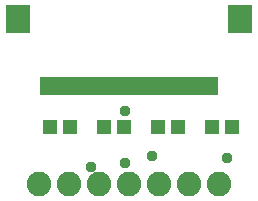
<source format=gbr>
G04 EAGLE Gerber RS-274X export*
G75*
%MOMM*%
%FSLAX34Y34*%
%LPD*%
%INSoldermask Top*%
%IPPOS*%
%AMOC8*
5,1,8,0,0,1.08239X$1,22.5*%
G01*
%ADD10R,0.503200X1.503200*%
%ADD11R,2.003200X2.403200*%
%ADD12R,1.303200X1.203200*%
%ADD13C,2.082800*%
%ADD14C,0.959600*%


D10*
X191880Y103300D03*
X186880Y103300D03*
X181880Y103300D03*
X176880Y103300D03*
X171880Y103300D03*
X166880Y103300D03*
X161880Y103300D03*
X156880Y103300D03*
X151880Y103300D03*
X146880Y103300D03*
X141880Y103300D03*
X136880Y103300D03*
X131880Y103300D03*
X126880Y103300D03*
X121880Y103300D03*
X116880Y103300D03*
X111880Y103300D03*
X106880Y103300D03*
X101880Y103300D03*
X96880Y103300D03*
X91880Y103300D03*
X86880Y103300D03*
X81880Y103300D03*
X76880Y103300D03*
X71880Y103300D03*
X66880Y103300D03*
X61880Y103300D03*
X56880Y103300D03*
X51880Y103300D03*
X46880Y103300D03*
D11*
X213380Y159800D03*
X25380Y159800D03*
D12*
X115180Y68580D03*
X98180Y68580D03*
X52460Y68580D03*
X69460Y68580D03*
X189620Y68580D03*
X206620Y68580D03*
X160900Y68580D03*
X143900Y68580D03*
D13*
X195580Y20320D03*
X170180Y20320D03*
X144780Y20320D03*
X119380Y20320D03*
X93980Y20320D03*
X68580Y20320D03*
X43180Y20320D03*
D14*
X86868Y35052D03*
X115824Y38100D03*
X115824Y82296D03*
X202692Y42672D03*
X138684Y44196D03*
M02*

</source>
